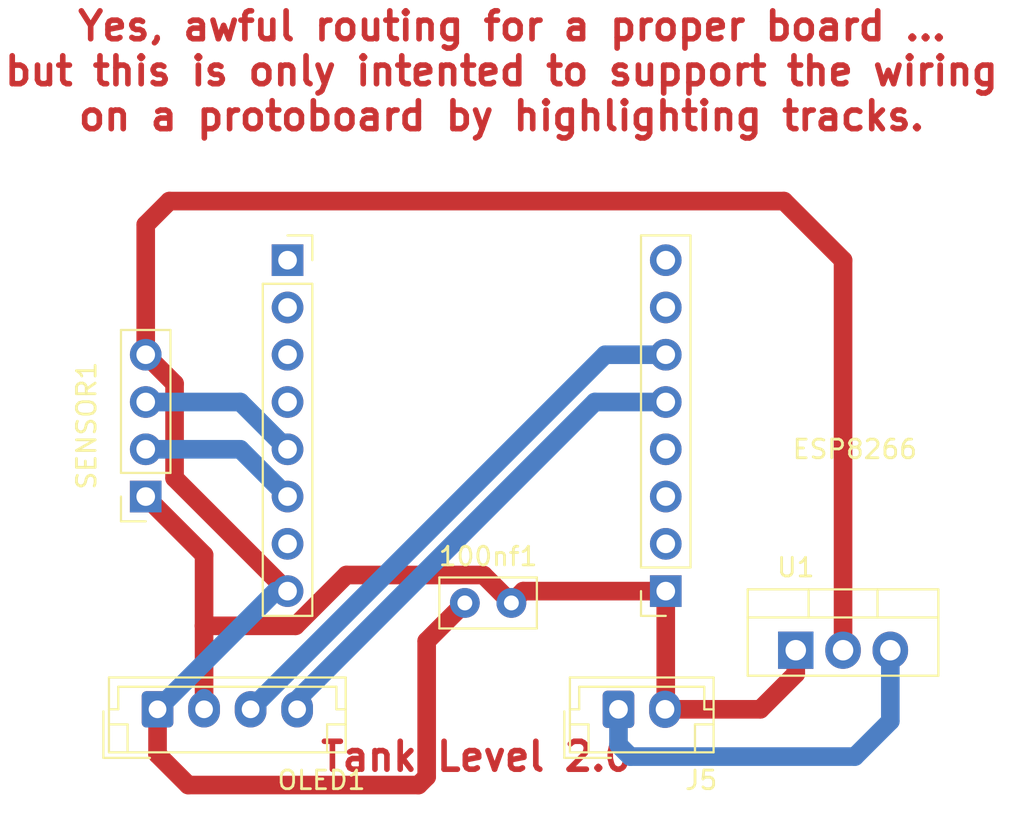
<source format=kicad_pcb>
(kicad_pcb (version 20171130) (host pcbnew 5.1.9+dfsg1-1)

  (general
    (thickness 1.6)
    (drawings 6)
    (tracks 45)
    (zones 0)
    (modules 7)
    (nets 8)
  )

  (page A4)
  (layers
    (0 F.Cu signal)
    (31 B.Cu signal)
    (32 B.Adhes user)
    (33 F.Adhes user)
    (34 B.Paste user)
    (35 F.Paste user)
    (36 B.SilkS user)
    (37 F.SilkS user)
    (38 B.Mask user)
    (39 F.Mask user)
    (40 Dwgs.User user)
    (41 Cmts.User user)
    (42 Eco1.User user)
    (43 Eco2.User user)
    (44 Edge.Cuts user)
    (45 Margin user)
    (46 B.CrtYd user)
    (47 F.CrtYd user)
    (48 B.Fab user)
    (49 F.Fab user)
  )

  (setup
    (last_trace_width 1)
    (user_trace_width 1)
    (trace_clearance 0.2)
    (zone_clearance 0.508)
    (zone_45_only no)
    (trace_min 0.2)
    (via_size 0.8)
    (via_drill 0.4)
    (via_min_size 0.4)
    (via_min_drill 0.3)
    (user_via 1.4 1)
    (uvia_size 0.3)
    (uvia_drill 0.1)
    (uvias_allowed no)
    (uvia_min_size 0.2)
    (uvia_min_drill 0.1)
    (edge_width 0.05)
    (segment_width 0.2)
    (pcb_text_width 0.3)
    (pcb_text_size 1.5 1.5)
    (mod_edge_width 0.12)
    (mod_text_size 1 1)
    (mod_text_width 0.15)
    (pad_size 1.524 1.524)
    (pad_drill 0.762)
    (pad_to_mask_clearance 0)
    (aux_axis_origin 0 0)
    (visible_elements FFFFFF7F)
    (pcbplotparams
      (layerselection 0x010fc_ffffffff)
      (usegerberextensions false)
      (usegerberattributes true)
      (usegerberadvancedattributes true)
      (creategerberjobfile true)
      (excludeedgelayer true)
      (linewidth 0.100000)
      (plotframeref false)
      (viasonmask false)
      (mode 1)
      (useauxorigin false)
      (hpglpennumber 1)
      (hpglpenspeed 20)
      (hpglpendiameter 15.000000)
      (psnegative false)
      (psa4output false)
      (plotreference true)
      (plotvalue true)
      (plotinvisibletext false)
      (padsonsilk false)
      (subtractmaskfromsilk false)
      (outputformat 1)
      (mirror false)
      (drillshape 0)
      (scaleselection 1)
      (outputdirectory ""))
  )

  (net 0 "")
  (net 1 GND)
  (net 2 VCC)
  (net 3 IO12)
  (net 4 IO14)
  (net 5 IO04)
  (net 6 5V)
  (net 7 IO05)

  (net_class Default "This is the default net class."
    (clearance 0.2)
    (trace_width 0.25)
    (via_dia 0.8)
    (via_drill 0.4)
    (uvia_dia 0.3)
    (uvia_drill 0.1)
    (add_net 5V)
    (add_net ADC)
    (add_net CH_PC)
    (add_net GND)
    (add_net IO00)
    (add_net IO02)
    (add_net IO04)
    (add_net IO05)
    (add_net IO12)
    (add_net IO13)
    (add_net IO14)
    (add_net IO15)
    (add_net IO16)
    (add_net REST)
    (add_net RXD)
    (add_net TXD)
    (add_net VCC)
  )

  (module Connector_PinSocket_2.54mm:PinSocket_1x04_P2.54mm_Vertical (layer F.Cu) (tedit 5A19A429) (tstamp 6280D614)
    (at 69.215 67.945 180)
    (descr "Through hole straight socket strip, 1x04, 2.54mm pitch, single row (from Kicad 4.0.7), script generated")
    (tags "Through hole socket strip THT 1x04 2.54mm single row")
    (path /628034E6)
    (fp_text reference SENSOR1 (at 3.175 3.81 90) (layer F.SilkS)
      (effects (font (size 1 1) (thickness 0.15)))
    )
    (fp_text value SENSOR (at 0 10.39) (layer F.Fab) hide
      (effects (font (size 1 1) (thickness 0.15)))
    )
    (fp_line (start -1.8 9.4) (end -1.8 -1.8) (layer F.CrtYd) (width 0.05))
    (fp_line (start 1.75 9.4) (end -1.8 9.4) (layer F.CrtYd) (width 0.05))
    (fp_line (start 1.75 -1.8) (end 1.75 9.4) (layer F.CrtYd) (width 0.05))
    (fp_line (start -1.8 -1.8) (end 1.75 -1.8) (layer F.CrtYd) (width 0.05))
    (fp_line (start 0 -1.33) (end 1.33 -1.33) (layer F.SilkS) (width 0.12))
    (fp_line (start 1.33 -1.33) (end 1.33 0) (layer F.SilkS) (width 0.12))
    (fp_line (start 1.33 1.27) (end 1.33 8.95) (layer F.SilkS) (width 0.12))
    (fp_line (start -1.33 8.95) (end 1.33 8.95) (layer F.SilkS) (width 0.12))
    (fp_line (start -1.33 1.27) (end -1.33 8.95) (layer F.SilkS) (width 0.12))
    (fp_line (start -1.33 1.27) (end 1.33 1.27) (layer F.SilkS) (width 0.12))
    (fp_line (start -1.27 8.89) (end -1.27 -1.27) (layer F.Fab) (width 0.1))
    (fp_line (start 1.27 8.89) (end -1.27 8.89) (layer F.Fab) (width 0.1))
    (fp_line (start 1.27 -0.635) (end 1.27 8.89) (layer F.Fab) (width 0.1))
    (fp_line (start 0.635 -1.27) (end 1.27 -0.635) (layer F.Fab) (width 0.1))
    (fp_line (start -1.27 -1.27) (end 0.635 -1.27) (layer F.Fab) (width 0.1))
    (fp_text user %R (at 0 3.81 90) (layer F.Fab)
      (effects (font (size 1 1) (thickness 0.15)))
    )
    (pad 4 thru_hole oval (at 0 7.62 180) (size 1.7 1.7) (drill 1) (layers *.Cu *.Mask)
      (net 2 VCC))
    (pad 3 thru_hole oval (at 0 5.08 180) (size 1.7 1.7) (drill 1) (layers *.Cu *.Mask)
      (net 4 IO14))
    (pad 2 thru_hole oval (at 0 2.54 180) (size 1.7 1.7) (drill 1) (layers *.Cu *.Mask)
      (net 3 IO12))
    (pad 1 thru_hole rect (at 0 0 180) (size 1.7 1.7) (drill 1) (layers *.Cu *.Mask)
      (net 1 GND))
    (model ${KISYS3DMOD}/Connector_PinSocket_2.54mm.3dshapes/PinSocket_1x04_P2.54mm_Vertical.wrl
      (at (xyz 0 0 0))
      (scale (xyz 1 1 1))
      (rotate (xyz 0 0 0))
    )
  )

  (module Capacitor_THT:C_Disc_D5.0mm_W2.5mm_P2.50mm (layer F.Cu) (tedit 5AE50EF0) (tstamp 628042E6)
    (at 86.36 73.66)
    (descr "C, Disc series, Radial, pin pitch=2.50mm, , diameter*width=5*2.5mm^2, Capacitor, http://cdn-reichelt.de/documents/datenblatt/B300/DS_KERKO_TC.pdf")
    (tags "C Disc series Radial pin pitch 2.50mm  diameter 5mm width 2.5mm Capacitor")
    (path /62833051)
    (fp_text reference 100nf1 (at 1.25 -2.5) (layer F.SilkS)
      (effects (font (size 1 1) (thickness 0.15)))
    )
    (fp_text value CAP (at 1.25 2.5) (layer F.Fab) hide
      (effects (font (size 1 1) (thickness 0.15)))
    )
    (fp_line (start 4 -1.5) (end -1.5 -1.5) (layer F.CrtYd) (width 0.05))
    (fp_line (start 4 1.5) (end 4 -1.5) (layer F.CrtYd) (width 0.05))
    (fp_line (start -1.5 1.5) (end 4 1.5) (layer F.CrtYd) (width 0.05))
    (fp_line (start -1.5 -1.5) (end -1.5 1.5) (layer F.CrtYd) (width 0.05))
    (fp_line (start 3.87 -1.37) (end 3.87 1.37) (layer F.SilkS) (width 0.12))
    (fp_line (start -1.37 -1.37) (end -1.37 1.37) (layer F.SilkS) (width 0.12))
    (fp_line (start -1.37 1.37) (end 3.87 1.37) (layer F.SilkS) (width 0.12))
    (fp_line (start -1.37 -1.37) (end 3.87 -1.37) (layer F.SilkS) (width 0.12))
    (fp_line (start 3.75 -1.25) (end -1.25 -1.25) (layer F.Fab) (width 0.1))
    (fp_line (start 3.75 1.25) (end 3.75 -1.25) (layer F.Fab) (width 0.1))
    (fp_line (start -1.25 1.25) (end 3.75 1.25) (layer F.Fab) (width 0.1))
    (fp_line (start -1.25 -1.25) (end -1.25 1.25) (layer F.Fab) (width 0.1))
    (pad 2 thru_hole circle (at 2.5 0) (size 1.6 1.6) (drill 0.8) (layers *.Cu *.Mask)
      (net 1 GND))
    (pad 1 thru_hole circle (at 0 0) (size 1.6 1.6) (drill 0.8) (layers *.Cu *.Mask)
      (net 2 VCC))
    (model ${KISYS3DMOD}/Capacitor_THT.3dshapes/C_Disc_D5.0mm_W2.5mm_P2.50mm.wrl
      (at (xyz 0 0 0))
      (scale (xyz 1 1 1))
      (rotate (xyz 0 0 0))
    )
  )

  (module Package_TO_SOT_THT:TO-220-3_Vertical (layer F.Cu) (tedit 5AC8BA0D) (tstamp 6280D5C1)
    (at 104.14 76.2)
    (descr "TO-220-3, Vertical, RM 2.54mm, see https://www.vishay.com/docs/66542/to-220-1.pdf")
    (tags "TO-220-3 Vertical RM 2.54mm")
    (path /6283EFBA)
    (fp_text reference U1 (at 0 -4.445) (layer F.SilkS)
      (effects (font (size 1 1) (thickness 0.15)))
    )
    (fp_text value LD33V (at 2.54 2.5) (layer F.Fab) hide
      (effects (font (size 1 1) (thickness 0.15)))
    )
    (fp_line (start -2.46 -3.15) (end -2.46 1.25) (layer F.Fab) (width 0.1))
    (fp_line (start -2.46 1.25) (end 7.54 1.25) (layer F.Fab) (width 0.1))
    (fp_line (start 7.54 1.25) (end 7.54 -3.15) (layer F.Fab) (width 0.1))
    (fp_line (start 7.54 -3.15) (end -2.46 -3.15) (layer F.Fab) (width 0.1))
    (fp_line (start -2.46 -1.88) (end 7.54 -1.88) (layer F.Fab) (width 0.1))
    (fp_line (start 0.69 -3.15) (end 0.69 -1.88) (layer F.Fab) (width 0.1))
    (fp_line (start 4.39 -3.15) (end 4.39 -1.88) (layer F.Fab) (width 0.1))
    (fp_line (start -2.58 -3.27) (end 7.66 -3.27) (layer F.SilkS) (width 0.12))
    (fp_line (start -2.58 1.371) (end 7.66 1.371) (layer F.SilkS) (width 0.12))
    (fp_line (start -2.58 -3.27) (end -2.58 1.371) (layer F.SilkS) (width 0.12))
    (fp_line (start 7.66 -3.27) (end 7.66 1.371) (layer F.SilkS) (width 0.12))
    (fp_line (start -2.58 -1.76) (end 7.66 -1.76) (layer F.SilkS) (width 0.12))
    (fp_line (start 0.69 -3.27) (end 0.69 -1.76) (layer F.SilkS) (width 0.12))
    (fp_line (start 4.391 -3.27) (end 4.391 -1.76) (layer F.SilkS) (width 0.12))
    (fp_line (start -2.71 -3.4) (end -2.71 1.51) (layer F.CrtYd) (width 0.05))
    (fp_line (start -2.71 1.51) (end 7.79 1.51) (layer F.CrtYd) (width 0.05))
    (fp_line (start 7.79 1.51) (end 7.79 -3.4) (layer F.CrtYd) (width 0.05))
    (fp_line (start 7.79 -3.4) (end -2.71 -3.4) (layer F.CrtYd) (width 0.05))
    (fp_text user %R (at 2.54 -4.27) (layer F.Fab) hide
      (effects (font (size 1 1) (thickness 0.15)))
    )
    (pad 3 thru_hole oval (at 5.08 0) (size 1.905 2) (drill 1.1) (layers *.Cu *.Mask)
      (net 6 5V))
    (pad 2 thru_hole oval (at 2.54 0) (size 1.905 2) (drill 1.1) (layers *.Cu *.Mask)
      (net 2 VCC))
    (pad 1 thru_hole rect (at 0 0) (size 1.905 2) (drill 1.1) (layers *.Cu *.Mask)
      (net 1 GND))
    (model ${KISYS3DMOD}/Package_TO_SOT_THT.3dshapes/TO-220-3_Vertical.wrl
      (at (xyz 0 0 0))
      (scale (xyz 1 1 1))
      (rotate (xyz 0 0 0))
    )
  )

  (module Connector_JST:JST_EH_B4B-EH-A_1x04_P2.50mm_Vertical (layer F.Cu) (tedit 5C28142C) (tstamp 6280D566)
    (at 69.85 79.375)
    (descr "JST EH series connector, B4B-EH-A (http://www.jst-mfg.com/product/pdf/eng/eEH.pdf), generated with kicad-footprint-generator")
    (tags "connector JST EH vertical")
    (path /628020C7)
    (fp_text reference OLED1 (at 8.81 3.81) (layer F.SilkS)
      (effects (font (size 1 1) (thickness 0.15)))
    )
    (fp_text value OLED (at 3.75 3.4) (layer F.Fab) hide
      (effects (font (size 1 1) (thickness 0.15)))
    )
    (fp_line (start -2.5 -1.6) (end -2.5 2.2) (layer F.Fab) (width 0.1))
    (fp_line (start -2.5 2.2) (end 10 2.2) (layer F.Fab) (width 0.1))
    (fp_line (start 10 2.2) (end 10 -1.6) (layer F.Fab) (width 0.1))
    (fp_line (start 10 -1.6) (end -2.5 -1.6) (layer F.Fab) (width 0.1))
    (fp_line (start -3 -2.1) (end -3 2.7) (layer F.CrtYd) (width 0.05))
    (fp_line (start -3 2.7) (end 10.5 2.7) (layer F.CrtYd) (width 0.05))
    (fp_line (start 10.5 2.7) (end 10.5 -2.1) (layer F.CrtYd) (width 0.05))
    (fp_line (start 10.5 -2.1) (end -3 -2.1) (layer F.CrtYd) (width 0.05))
    (fp_line (start -2.61 -1.71) (end -2.61 2.31) (layer F.SilkS) (width 0.12))
    (fp_line (start -2.61 2.31) (end 10.11 2.31) (layer F.SilkS) (width 0.12))
    (fp_line (start 10.11 2.31) (end 10.11 -1.71) (layer F.SilkS) (width 0.12))
    (fp_line (start 10.11 -1.71) (end -2.61 -1.71) (layer F.SilkS) (width 0.12))
    (fp_line (start -2.61 0) (end -2.11 0) (layer F.SilkS) (width 0.12))
    (fp_line (start -2.11 0) (end -2.11 -1.21) (layer F.SilkS) (width 0.12))
    (fp_line (start -2.11 -1.21) (end 9.61 -1.21) (layer F.SilkS) (width 0.12))
    (fp_line (start 9.61 -1.21) (end 9.61 0) (layer F.SilkS) (width 0.12))
    (fp_line (start 9.61 0) (end 10.11 0) (layer F.SilkS) (width 0.12))
    (fp_line (start -2.61 0.81) (end -1.61 0.81) (layer F.SilkS) (width 0.12))
    (fp_line (start -1.61 0.81) (end -1.61 2.31) (layer F.SilkS) (width 0.12))
    (fp_line (start 10.11 0.81) (end 9.11 0.81) (layer F.SilkS) (width 0.12))
    (fp_line (start 9.11 0.81) (end 9.11 2.31) (layer F.SilkS) (width 0.12))
    (fp_line (start -2.91 0.11) (end -2.91 2.61) (layer F.SilkS) (width 0.12))
    (fp_line (start -2.91 2.61) (end -0.41 2.61) (layer F.SilkS) (width 0.12))
    (fp_line (start -2.91 0.11) (end -2.91 2.61) (layer F.Fab) (width 0.1))
    (fp_line (start -2.91 2.61) (end -0.41 2.61) (layer F.Fab) (width 0.1))
    (fp_text user %R (at 3.75 1.5) (layer F.Fab) hide
      (effects (font (size 1 1) (thickness 0.15)))
    )
    (pad 4 thru_hole oval (at 7.5 0) (size 1.7 1.95) (drill 0.95) (layers *.Cu *.Mask)
      (net 5 IO04))
    (pad 3 thru_hole oval (at 5 0) (size 1.7 1.95) (drill 0.95) (layers *.Cu *.Mask)
      (net 7 IO05))
    (pad 2 thru_hole oval (at 2.5 0) (size 1.7 1.95) (drill 0.95) (layers *.Cu *.Mask)
      (net 1 GND))
    (pad 1 thru_hole roundrect (at 0 0) (size 1.7 1.95) (drill 0.95) (layers *.Cu *.Mask) (roundrect_rratio 0.1470588235294118)
      (net 2 VCC))
    (model ${KISYS3DMOD}/Connector_JST.3dshapes/JST_EH_B4B-EH-A_1x04_P2.50mm_Vertical.wrl
      (at (xyz 0 0 0))
      (scale (xyz 1 1 1))
      (rotate (xyz 0 0 0))
    )
  )

  (module Connector_JST:JST_EH_B2B-EH-A_1x02_P2.50mm_Vertical (layer F.Cu) (tedit 5C28142C) (tstamp 6280D507)
    (at 94.615 79.375)
    (descr "JST EH series connector, B2B-EH-A (http://www.jst-mfg.com/product/pdf/eng/eEH.pdf), generated with kicad-footprint-generator")
    (tags "connector JST EH vertical")
    (path /62840F2A)
    (fp_text reference J5 (at 4.445 3.81) (layer F.SilkS)
      (effects (font (size 1 1) (thickness 0.15)))
    )
    (fp_text value 5V (at 1.25 3.4) (layer F.Fab) hide
      (effects (font (size 1 1) (thickness 0.15)))
    )
    (fp_line (start -2.5 -1.6) (end -2.5 2.2) (layer F.Fab) (width 0.1))
    (fp_line (start -2.5 2.2) (end 5 2.2) (layer F.Fab) (width 0.1))
    (fp_line (start 5 2.2) (end 5 -1.6) (layer F.Fab) (width 0.1))
    (fp_line (start 5 -1.6) (end -2.5 -1.6) (layer F.Fab) (width 0.1))
    (fp_line (start -3 -2.1) (end -3 2.7) (layer F.CrtYd) (width 0.05))
    (fp_line (start -3 2.7) (end 5.5 2.7) (layer F.CrtYd) (width 0.05))
    (fp_line (start 5.5 2.7) (end 5.5 -2.1) (layer F.CrtYd) (width 0.05))
    (fp_line (start 5.5 -2.1) (end -3 -2.1) (layer F.CrtYd) (width 0.05))
    (fp_line (start -2.61 -1.71) (end -2.61 2.31) (layer F.SilkS) (width 0.12))
    (fp_line (start -2.61 2.31) (end 5.11 2.31) (layer F.SilkS) (width 0.12))
    (fp_line (start 5.11 2.31) (end 5.11 -1.71) (layer F.SilkS) (width 0.12))
    (fp_line (start 5.11 -1.71) (end -2.61 -1.71) (layer F.SilkS) (width 0.12))
    (fp_line (start -2.61 0) (end -2.11 0) (layer F.SilkS) (width 0.12))
    (fp_line (start -2.11 0) (end -2.11 -1.21) (layer F.SilkS) (width 0.12))
    (fp_line (start -2.11 -1.21) (end 4.61 -1.21) (layer F.SilkS) (width 0.12))
    (fp_line (start 4.61 -1.21) (end 4.61 0) (layer F.SilkS) (width 0.12))
    (fp_line (start 4.61 0) (end 5.11 0) (layer F.SilkS) (width 0.12))
    (fp_line (start -2.61 0.81) (end -1.61 0.81) (layer F.SilkS) (width 0.12))
    (fp_line (start -1.61 0.81) (end -1.61 2.31) (layer F.SilkS) (width 0.12))
    (fp_line (start 5.11 0.81) (end 4.11 0.81) (layer F.SilkS) (width 0.12))
    (fp_line (start 4.11 0.81) (end 4.11 2.31) (layer F.SilkS) (width 0.12))
    (fp_line (start -2.91 0.11) (end -2.91 2.61) (layer F.SilkS) (width 0.12))
    (fp_line (start -2.91 2.61) (end -0.41 2.61) (layer F.SilkS) (width 0.12))
    (fp_line (start -2.91 0.11) (end -2.91 2.61) (layer F.Fab) (width 0.1))
    (fp_line (start -2.91 2.61) (end -0.41 2.61) (layer F.Fab) (width 0.1))
    (fp_text user %R (at 1.25 1.5) (layer F.Fab) hide
      (effects (font (size 1 1) (thickness 0.15)))
    )
    (pad 2 thru_hole oval (at 2.5 0) (size 1.7 2) (drill 1) (layers *.Cu *.Mask)
      (net 1 GND))
    (pad 1 thru_hole roundrect (at 0 0) (size 1.7 2) (drill 1) (layers *.Cu *.Mask) (roundrect_rratio 0.1470588235294118)
      (net 6 5V))
    (model ${KISYS3DMOD}/Connector_JST.3dshapes/JST_EH_B2B-EH-A_1x02_P2.50mm_Vertical.wrl
      (at (xyz 0 0 0))
      (scale (xyz 1 1 1))
      (rotate (xyz 0 0 0))
    )
  )

  (module Connector_PinSocket_2.54mm:PinSocket_1x08_P2.54mm_Vertical (layer F.Cu) (tedit 5A19A420) (tstamp 62801105)
    (at 76.835 55.245)
    (descr "Through hole straight socket strip, 1x08, 2.54mm pitch, single row (from Kicad 4.0.7), script generated")
    (tags "Through hole socket strip THT 1x08 2.54mm single row")
    (path /627FC915)
    (fp_text reference J1 (at 0 -2.77) (layer F.SilkS) hide
      (effects (font (size 1 1) (thickness 0.15)))
    )
    (fp_text value ESP8266 (at 0 20.55) (layer F.Fab) hide
      (effects (font (size 1 1) (thickness 0.15)))
    )
    (fp_line (start -1.27 -1.27) (end 0.635 -1.27) (layer F.Fab) (width 0.1))
    (fp_line (start 0.635 -1.27) (end 1.27 -0.635) (layer F.Fab) (width 0.1))
    (fp_line (start 1.27 -0.635) (end 1.27 19.05) (layer F.Fab) (width 0.1))
    (fp_line (start 1.27 19.05) (end -1.27 19.05) (layer F.Fab) (width 0.1))
    (fp_line (start -1.27 19.05) (end -1.27 -1.27) (layer F.Fab) (width 0.1))
    (fp_line (start -1.33 1.27) (end 1.33 1.27) (layer F.SilkS) (width 0.12))
    (fp_line (start -1.33 1.27) (end -1.33 19.11) (layer F.SilkS) (width 0.12))
    (fp_line (start -1.33 19.11) (end 1.33 19.11) (layer F.SilkS) (width 0.12))
    (fp_line (start 1.33 1.27) (end 1.33 19.11) (layer F.SilkS) (width 0.12))
    (fp_line (start 1.33 -1.33) (end 1.33 0) (layer F.SilkS) (width 0.12))
    (fp_line (start 0 -1.33) (end 1.33 -1.33) (layer F.SilkS) (width 0.12))
    (fp_line (start -1.8 -1.8) (end 1.75 -1.8) (layer F.CrtYd) (width 0.05))
    (fp_line (start 1.75 -1.8) (end 1.75 19.55) (layer F.CrtYd) (width 0.05))
    (fp_line (start 1.75 19.55) (end -1.8 19.55) (layer F.CrtYd) (width 0.05))
    (fp_line (start -1.8 19.55) (end -1.8 -1.8) (layer F.CrtYd) (width 0.05))
    (fp_text user %R (at 0 8.89 90) (layer F.Fab)
      (effects (font (size 1 1) (thickness 0.15)))
    )
    (pad 8 thru_hole oval (at 0 17.78) (size 1.7 1.7) (drill 1) (layers *.Cu *.Mask)
      (net 2 VCC))
    (pad 7 thru_hole oval (at 0 15.24) (size 1.7 1.7) (drill 1) (layers *.Cu *.Mask))
    (pad 6 thru_hole oval (at 0 12.7) (size 1.7 1.7) (drill 1) (layers *.Cu *.Mask)
      (net 3 IO12))
    (pad 5 thru_hole oval (at 0 10.16) (size 1.7 1.7) (drill 1) (layers *.Cu *.Mask)
      (net 4 IO14))
    (pad 4 thru_hole oval (at 0 7.62) (size 1.7 1.7) (drill 1) (layers *.Cu *.Mask))
    (pad 3 thru_hole oval (at 0 5.08) (size 1.7 1.7) (drill 1) (layers *.Cu *.Mask))
    (pad 2 thru_hole oval (at 0 2.54) (size 1.7 1.7) (drill 1) (layers *.Cu *.Mask))
    (pad 1 thru_hole rect (at 0 0) (size 1.7 1.7) (drill 1) (layers *.Cu *.Mask))
    (model ${KISYS3DMOD}/Connector_PinSocket_2.54mm.3dshapes/PinSocket_1x08_P2.54mm_Vertical.wrl
      (at (xyz 0 0 0))
      (scale (xyz 1 1 1))
      (rotate (xyz 0 0 0))
    )
  )

  (module Connector_PinSocket_2.54mm:PinSocket_1x08_P2.54mm_Vertical (layer F.Cu) (tedit 5A19A420) (tstamp 62804162)
    (at 97.155 73.025 180)
    (descr "Through hole straight socket strip, 1x08, 2.54mm pitch, single row (from Kicad 4.0.7), script generated")
    (tags "Through hole socket strip THT 1x08 2.54mm single row")
    (path /628017AD)
    (fp_text reference ESP8266 (at -10.16 7.62 180) (layer F.SilkS)
      (effects (font (size 1 1) (thickness 0.15)))
    )
    (fp_text value ESP8266 (at 0 20.55) (layer F.Fab) hide
      (effects (font (size 1 1) (thickness 0.15)))
    )
    (fp_line (start -1.27 -1.27) (end 0.635 -1.27) (layer F.Fab) (width 0.1))
    (fp_line (start 0.635 -1.27) (end 1.27 -0.635) (layer F.Fab) (width 0.1))
    (fp_line (start 1.27 -0.635) (end 1.27 19.05) (layer F.Fab) (width 0.1))
    (fp_line (start 1.27 19.05) (end -1.27 19.05) (layer F.Fab) (width 0.1))
    (fp_line (start -1.27 19.05) (end -1.27 -1.27) (layer F.Fab) (width 0.1))
    (fp_line (start -1.33 1.27) (end 1.33 1.27) (layer F.SilkS) (width 0.12))
    (fp_line (start -1.33 1.27) (end -1.33 19.11) (layer F.SilkS) (width 0.12))
    (fp_line (start -1.33 19.11) (end 1.33 19.11) (layer F.SilkS) (width 0.12))
    (fp_line (start 1.33 1.27) (end 1.33 19.11) (layer F.SilkS) (width 0.12))
    (fp_line (start 1.33 -1.33) (end 1.33 0) (layer F.SilkS) (width 0.12))
    (fp_line (start 0 -1.33) (end 1.33 -1.33) (layer F.SilkS) (width 0.12))
    (fp_line (start -1.8 -1.8) (end 1.75 -1.8) (layer F.CrtYd) (width 0.05))
    (fp_line (start 1.75 -1.8) (end 1.75 19.55) (layer F.CrtYd) (width 0.05))
    (fp_line (start 1.75 19.55) (end -1.8 19.55) (layer F.CrtYd) (width 0.05))
    (fp_line (start -1.8 19.55) (end -1.8 -1.8) (layer F.CrtYd) (width 0.05))
    (fp_text user %R (at 0 8.89 90) (layer F.Fab)
      (effects (font (size 1 1) (thickness 0.15)))
    )
    (pad 8 thru_hole oval (at 0 17.78 180) (size 1.7 1.7) (drill 1) (layers *.Cu *.Mask))
    (pad 7 thru_hole oval (at 0 15.24 180) (size 1.7 1.7) (drill 1) (layers *.Cu *.Mask))
    (pad 6 thru_hole oval (at 0 12.7 180) (size 1.7 1.7) (drill 1) (layers *.Cu *.Mask)
      (net 7 IO05))
    (pad 5 thru_hole oval (at 0 10.16 180) (size 1.7 1.7) (drill 1) (layers *.Cu *.Mask)
      (net 5 IO04))
    (pad 4 thru_hole oval (at 0 7.62 180) (size 1.7 1.7) (drill 1) (layers *.Cu *.Mask))
    (pad 3 thru_hole oval (at 0 5.08 180) (size 1.7 1.7) (drill 1) (layers *.Cu *.Mask))
    (pad 2 thru_hole oval (at 0 2.54 180) (size 1.7 1.7) (drill 1) (layers *.Cu *.Mask))
    (pad 1 thru_hole rect (at 0 0 180) (size 1.7 1.7) (drill 1) (layers *.Cu *.Mask)
      (net 1 GND))
    (model ${KISYS3DMOD}/Connector_PinSocket_2.54mm.3dshapes/PinSocket_1x08_P2.54mm_Vertical.wrl
      (at (xyz 0 0 0))
      (scale (xyz 1 1 1))
      (rotate (xyz 0 0 0))
    )
  )

  (gr_text "Yes, awful routing for a proper board ...\nbut this is only intented to support the wiring \non a protoboard by highlighting tracks. " (at 88.9 45.085) (layer F.Cu)
    (effects (font (size 1.5 1.5) (thickness 0.3)))
  )
  (gr_text "Tank Level 2.0" (at 86.995 81.915) (layer F.Cu)
    (effects (font (size 1.5 1.5) (thickness 0.3)))
  )
  (gr_line (start 113.03 50.8) (end 62.23 50.8) (layer Dwgs.User) (width 0.15) (tstamp 6280BA07))
  (gr_line (start 113.03 85.09) (end 113.03 50.8) (layer Dwgs.User) (width 0.15))
  (gr_line (start 62.23 85.09) (end 113.03 85.09) (layer Dwgs.User) (width 0.15))
  (gr_line (start 62.23 50.8) (end 62.23 85.09) (layer Dwgs.User) (width 0.15))

  (segment (start 97.155 79.335) (end 97.115 79.375) (width 1) (layer F.Cu) (net 1))
  (segment (start 97.155 73.025) (end 97.155 79.335) (width 1) (layer F.Cu) (net 1))
  (segment (start 104.14 76.2) (end 104.14 77.47) (width 1) (layer F.Cu) (net 1))
  (segment (start 102.235 79.375) (end 97.115 79.375) (width 1) (layer F.Cu) (net 1))
  (segment (start 104.14 77.47) (end 102.235 79.375) (width 1) (layer F.Cu) (net 1))
  (segment (start 89.495 73.025) (end 88.86 73.66) (width 1) (layer F.Cu) (net 1))
  (segment (start 97.155 73.025) (end 89.495 73.025) (width 1) (layer F.Cu) (net 1))
  (segment (start 72.35 79.375) (end 72.35 78.78) (width 1) (layer B.Cu) (net 1))
  (segment (start 69.215 67.945) (end 72.35 71.08) (width 1) (layer F.Cu) (net 1))
  (segment (start 87.359999 72.159999) (end 79.994003 72.159999) (width 1) (layer F.Cu) (net 1))
  (segment (start 88.86 73.66) (end 87.359999 72.159999) (width 1) (layer F.Cu) (net 1))
  (segment (start 79.994003 72.159999) (end 77.264002 74.89) (width 1) (layer F.Cu) (net 1))
  (segment (start 72.35 74.89) (end 72.35 79.375) (width 1) (layer F.Cu) (net 1))
  (segment (start 77.264002 74.89) (end 72.35 74.89) (width 1) (layer F.Cu) (net 1))
  (segment (start 72.35 71.08) (end 72.35 74.89) (width 1) (layer F.Cu) (net 1))
  (segment (start 76.2 73.025) (end 69.85 79.375) (width 1) (layer B.Cu) (net 2))
  (segment (start 76.835 73.025) (end 76.2 73.025) (width 1) (layer B.Cu) (net 2))
  (segment (start 84.309294 83.003993) (end 83.869706 83.443581) (width 1) (layer F.Cu) (net 2))
  (segment (start 84.309294 75.710706) (end 84.309294 83.003993) (width 1) (layer F.Cu) (net 2))
  (segment (start 86.36 73.66) (end 84.309294 75.710706) (width 1) (layer F.Cu) (net 2))
  (segment (start 83.869706 83.443581) (end 71.496419 83.443581) (width 1) (layer F.Cu) (net 2))
  (segment (start 69.85 81.797162) (end 69.85 79.375) (width 1) (layer F.Cu) (net 2))
  (segment (start 71.496419 83.443581) (end 69.85 81.797162) (width 1) (layer F.Cu) (net 2))
  (segment (start 70.765001 61.875001) (end 69.215 60.325) (width 1) (layer F.Cu) (net 2))
  (segment (start 70.765001 66.955001) (end 70.765001 61.875001) (width 1) (layer F.Cu) (net 2))
  (segment (start 76.835 73.025) (end 70.765001 66.955001) (width 1) (layer F.Cu) (net 2))
  (segment (start 106.68 76.2) (end 106.68 55.245) (width 1) (layer F.Cu) (net 2))
  (segment (start 106.68 55.245) (end 103.505 52.07) (width 1) (layer F.Cu) (net 2))
  (segment (start 103.505 52.07) (end 70.485 52.07) (width 1) (layer F.Cu) (net 2))
  (segment (start 69.215 53.34) (end 69.215 60.325) (width 1) (layer F.Cu) (net 2))
  (segment (start 70.485 52.07) (end 69.215 53.34) (width 1) (layer F.Cu) (net 2))
  (segment (start 74.295 65.405) (end 76.835 67.945) (width 1) (layer B.Cu) (net 3))
  (segment (start 69.215 65.405) (end 74.295 65.405) (width 1) (layer B.Cu) (net 3))
  (segment (start 74.295 62.865) (end 76.835 65.405) (width 1) (layer B.Cu) (net 4))
  (segment (start 69.215 62.865) (end 74.295 62.865) (width 1) (layer B.Cu) (net 4))
  (segment (start 77.35 79.375) (end 77.35 78.86) (width 1) (layer B.Cu) (net 5))
  (segment (start 93.345 62.865) (end 97.155 62.865) (width 1) (layer B.Cu) (net 5))
  (segment (start 77.35 78.86) (end 93.345 62.865) (width 1) (layer B.Cu) (net 5))
  (segment (start 94.615 79.375) (end 94.615 81.28) (width 1) (layer B.Cu) (net 6))
  (segment (start 94.615 81.28) (end 95.25 81.915) (width 1) (layer B.Cu) (net 6))
  (segment (start 95.25 81.915) (end 107.315 81.915) (width 1) (layer B.Cu) (net 6))
  (segment (start 109.22 80.01) (end 109.22 76.2) (width 1) (layer B.Cu) (net 6))
  (segment (start 107.315 81.915) (end 109.22 80.01) (width 1) (layer B.Cu) (net 6))
  (segment (start 93.9 60.325) (end 97.155 60.325) (width 1) (layer B.Cu) (net 7))
  (segment (start 74.85 79.375) (end 93.9 60.325) (width 1) (layer B.Cu) (net 7))

)

</source>
